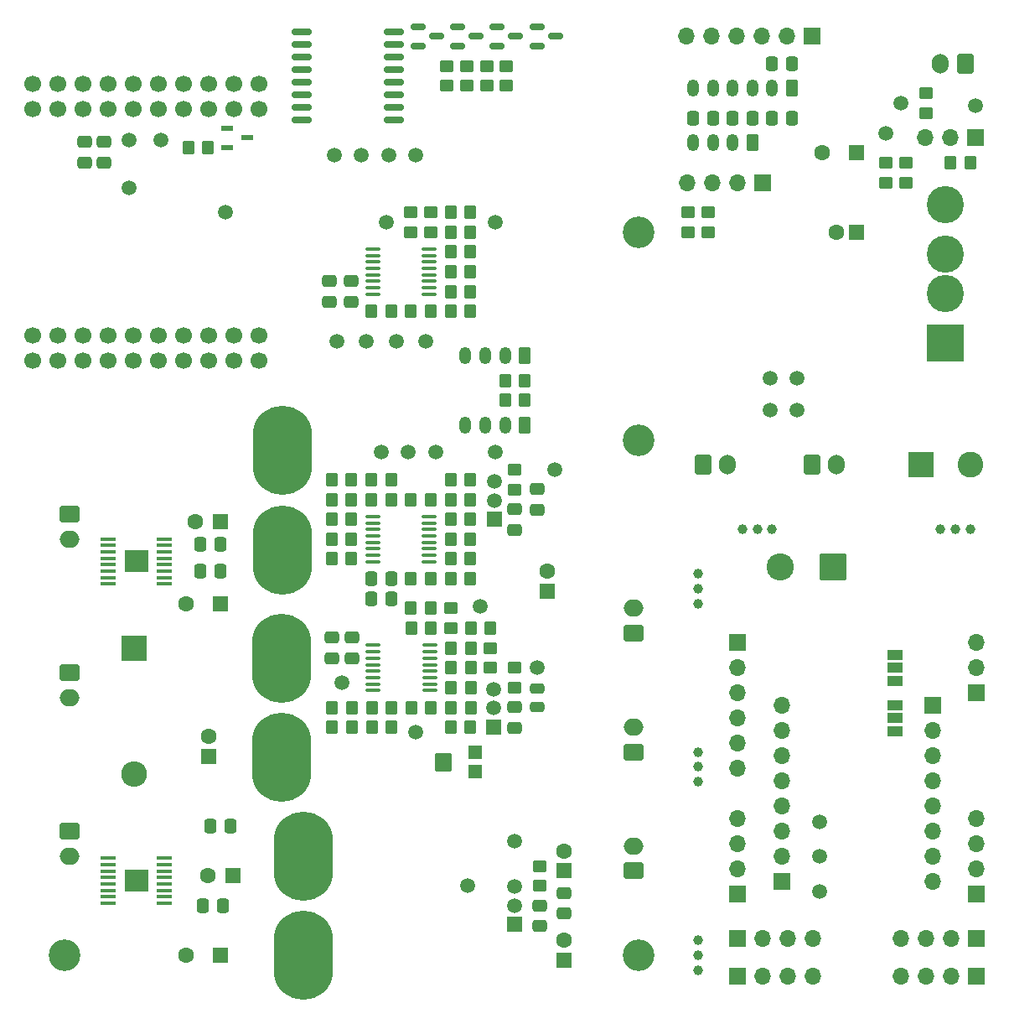
<source format=gbr>
%TF.GenerationSoftware,KiCad,Pcbnew,8.0.5-dirty*%
%TF.CreationDate,2024-10-27T18:43:13+01:00*%
%TF.ProjectId,tank_mower_controller_V1,74616e6b-5f6d-46f7-9765-725f636f6e74,rev?*%
%TF.SameCoordinates,Original*%
%TF.FileFunction,Soldermask,Bot*%
%TF.FilePolarity,Negative*%
%FSLAX46Y46*%
G04 Gerber Fmt 4.6, Leading zero omitted, Abs format (unit mm)*
G04 Created by KiCad (PCBNEW 8.0.5-dirty) date 2024-10-27 18:43:13*
%MOMM*%
%LPD*%
G01*
G04 APERTURE LIST*
G04 Aperture macros list*
%AMRoundRect*
0 Rectangle with rounded corners*
0 $1 Rounding radius*
0 $2 $3 $4 $5 $6 $7 $8 $9 X,Y pos of 4 corners*
0 Add a 4 corners polygon primitive as box body*
4,1,4,$2,$3,$4,$5,$6,$7,$8,$9,$2,$3,0*
0 Add four circle primitives for the rounded corners*
1,1,$1+$1,$2,$3*
1,1,$1+$1,$4,$5*
1,1,$1+$1,$6,$7*
1,1,$1+$1,$8,$9*
0 Add four rect primitives between the rounded corners*
20,1,$1+$1,$2,$3,$4,$5,0*
20,1,$1+$1,$4,$5,$6,$7,0*
20,1,$1+$1,$6,$7,$8,$9,0*
20,1,$1+$1,$8,$9,$2,$3,0*%
%AMHorizOval*
0 Thick line with rounded ends*
0 $1 width*
0 $2 $3 position (X,Y) of the first rounded end (center of the circle)*
0 $4 $5 position (X,Y) of the second rounded end (center of the circle)*
0 Add line between two ends*
20,1,$1,$2,$3,$4,$5,0*
0 Add two circle primitives to create the rounded ends*
1,1,$1,$2,$3*
1,1,$1,$4,$5*%
G04 Aperture macros list end*
%ADD10RoundRect,0.250000X0.350000X0.625000X-0.350000X0.625000X-0.350000X-0.625000X0.350000X-0.625000X0*%
%ADD11O,1.200000X1.750000*%
%ADD12RoundRect,0.250000X-0.750000X0.600000X-0.750000X-0.600000X0.750000X-0.600000X0.750000X0.600000X0*%
%ADD13O,2.000000X1.700000*%
%ADD14C,1.000000*%
%ADD15R,1.600000X1.600000*%
%ADD16C,1.600000*%
%ADD17RoundRect,0.250000X-0.600000X-0.750000X0.600000X-0.750000X0.600000X0.750000X-0.600000X0.750000X0*%
%ADD18O,1.700000X2.000000*%
%ADD19RoundRect,0.250000X0.750000X-0.600000X0.750000X0.600000X-0.750000X0.600000X-0.750000X-0.600000X0*%
%ADD20R,1.700000X1.700000*%
%ADD21O,1.700000X1.700000*%
%ADD22C,3.200000*%
%ADD23R,1.500000X1.500000*%
%ADD24C,1.500000*%
%ADD25HorizOval,0.800000X0.000000X0.000000X0.000000X0.000000X0*%
%ADD26HorizOval,0.800000X0.000000X0.000000X0.000000X0.000000X0*%
%ADD27C,0.800000*%
%ADD28O,6.000000X9.000000*%
%ADD29R,3.750000X3.750000*%
%ADD30C,3.750000*%
%ADD31R,2.600000X2.600000*%
%ADD32C,2.600000*%
%ADD33RoundRect,0.250000X0.600000X0.750000X-0.600000X0.750000X-0.600000X-0.750000X0.600000X-0.750000X0*%
%ADD34C,1.700000*%
%ADD35RoundRect,0.250000X1.125000X1.125000X-1.125000X1.125000X-1.125000X-1.125000X1.125000X-1.125000X0*%
%ADD36C,2.750000*%
%ADD37RoundRect,0.250000X-0.350000X-0.450000X0.350000X-0.450000X0.350000X0.450000X-0.350000X0.450000X0*%
%ADD38RoundRect,0.250000X0.350000X0.450000X-0.350000X0.450000X-0.350000X-0.450000X0.350000X-0.450000X0*%
%ADD39RoundRect,0.250000X0.450000X-0.350000X0.450000X0.350000X-0.450000X0.350000X-0.450000X-0.350000X0*%
%ADD40RoundRect,0.250000X0.475000X-0.337500X0.475000X0.337500X-0.475000X0.337500X-0.475000X-0.337500X0*%
%ADD41RoundRect,0.250000X0.337500X0.475000X-0.337500X0.475000X-0.337500X-0.475000X0.337500X-0.475000X0*%
%ADD42RoundRect,0.102000X0.600000X0.600000X-0.600000X0.600000X-0.600000X-0.600000X0.600000X-0.600000X0*%
%ADD43RoundRect,0.102000X0.750000X0.800000X-0.750000X0.800000X-0.750000X-0.800000X0.750000X-0.800000X0*%
%ADD44RoundRect,0.250000X-0.337500X-0.475000X0.337500X-0.475000X0.337500X0.475000X-0.337500X0.475000X0*%
%ADD45RoundRect,0.150000X-0.587500X-0.150000X0.587500X-0.150000X0.587500X0.150000X-0.587500X0.150000X0*%
%ADD46R,2.460000X2.310000*%
%ADD47RoundRect,0.100000X-0.687500X-0.100000X0.687500X-0.100000X0.687500X0.100000X-0.687500X0.100000X0*%
%ADD48R,1.500000X1.000000*%
%ADD49RoundRect,0.250000X-0.450000X0.350000X-0.450000X-0.350000X0.450000X-0.350000X0.450000X0.350000X0*%
%ADD50RoundRect,0.250000X-0.475000X0.250000X-0.475000X-0.250000X0.475000X-0.250000X0.475000X0.250000X0*%
%ADD51O,2.600000X2.600000*%
%ADD52RoundRect,0.100000X0.637500X0.100000X-0.637500X0.100000X-0.637500X-0.100000X0.637500X-0.100000X0*%
%ADD53RoundRect,0.250000X-0.475000X0.337500X-0.475000X-0.337500X0.475000X-0.337500X0.475000X0.337500X0*%
%ADD54RoundRect,0.150000X0.875000X0.150000X-0.875000X0.150000X-0.875000X-0.150000X0.875000X-0.150000X0*%
%ADD55R,1.300000X0.600000*%
G04 APERTURE END LIST*
D10*
%TO.C,J13*%
X141238000Y-79204000D03*
D11*
X139238000Y-79204000D03*
X137238000Y-79204000D03*
X135238000Y-79204000D03*
%TD*%
D12*
%TO.C,M3*%
X95238000Y-111204000D03*
D13*
X95238000Y-113704000D03*
%TD*%
D14*
%TO.C,*%
X186238000Y-96704000D03*
%TD*%
%TO.C,*%
X158738000Y-120704000D03*
%TD*%
D15*
%TO.C,C16*%
X109326605Y-119615395D03*
D16*
X109326605Y-117615395D03*
%TD*%
D15*
%TO.C,C9*%
X110488000Y-139704000D03*
D16*
X106988000Y-139704000D03*
%TD*%
D15*
%TO.C,C37*%
X174738000Y-58704000D03*
D16*
X171238000Y-58704000D03*
%TD*%
D12*
%TO.C,M1*%
X95238000Y-127204000D03*
D13*
X95238000Y-129704000D03*
%TD*%
D17*
%TO.C,J2*%
X159238000Y-90204000D03*
D18*
X161738000Y-90204000D03*
%TD*%
D19*
%TO.C,J11*%
X152238000Y-131204000D03*
D13*
X152238000Y-128704000D03*
%TD*%
D15*
%TO.C,C21*%
X174738000Y-66704000D03*
D16*
X172738000Y-66704000D03*
%TD*%
D20*
%TO.C,J10*%
X182413000Y-114524000D03*
D21*
X182413000Y-117064000D03*
X182413000Y-119604000D03*
X182413000Y-122144000D03*
X182413000Y-124684000D03*
X182413000Y-127224000D03*
X182413000Y-129764000D03*
X182413000Y-132304000D03*
%TD*%
D14*
%TO.C,*%
X164738000Y-96704000D03*
%TD*%
D17*
%TO.C,J1*%
X170238000Y-90204000D03*
D18*
X172738000Y-90204000D03*
%TD*%
D14*
%TO.C,*%
X158738000Y-102704000D03*
%TD*%
D22*
%TO.C,REF\u002A\u002A*%
X152738000Y-87704000D03*
%TD*%
D23*
%TO.C,U8*%
X138088000Y-116666500D03*
D24*
X138088000Y-114756500D03*
X138088000Y-112846500D03*
D25*
X116058000Y-113706500D03*
D26*
X117318000Y-113706500D03*
D27*
X115028000Y-112956500D03*
X118348000Y-112956500D03*
X114638000Y-111756500D03*
X118738000Y-111756500D03*
X114638000Y-110426500D03*
X118738000Y-110426500D03*
D28*
X116688000Y-109756500D03*
D27*
X114638000Y-109086500D03*
X118738000Y-109086500D03*
X114638000Y-107756500D03*
X118738000Y-107756500D03*
X115028000Y-106556500D03*
X118348000Y-106556500D03*
X116058000Y-105806500D03*
X117318000Y-105806500D03*
X116058000Y-123706500D03*
X117318000Y-123706500D03*
X115028000Y-122956500D03*
X118348000Y-122956500D03*
X114638000Y-121756500D03*
X118738000Y-121756500D03*
X114638000Y-120426500D03*
X118738000Y-120426500D03*
D28*
X116688000Y-119756500D03*
D27*
X114638000Y-119086500D03*
X118738000Y-119086500D03*
X114638000Y-117756500D03*
X118738000Y-117756500D03*
X115028000Y-116556500D03*
X118348000Y-116556500D03*
D26*
X116058000Y-115806500D03*
D25*
X117318000Y-115806500D03*
%TD*%
D10*
%TO.C,J9*%
X164238000Y-57704000D03*
D11*
X162238000Y-57704000D03*
X160238000Y-57704000D03*
X158238000Y-57704000D03*
%TD*%
D14*
%TO.C,*%
X158738000Y-119204000D03*
%TD*%
D23*
%TO.C,U2*%
X140238000Y-136604000D03*
D24*
X140238000Y-134694000D03*
X140238000Y-132784000D03*
D25*
X118208000Y-133644000D03*
D26*
X119468000Y-133644000D03*
D27*
X117178000Y-132894000D03*
X120498000Y-132894000D03*
X116788000Y-131694000D03*
X120888000Y-131694000D03*
X116788000Y-130364000D03*
X120888000Y-130364000D03*
D28*
X118838000Y-129694000D03*
D27*
X116788000Y-129024000D03*
X120888000Y-129024000D03*
X116788000Y-127694000D03*
X120888000Y-127694000D03*
X117178000Y-126494000D03*
X120498000Y-126494000D03*
X118208000Y-125744000D03*
X119468000Y-125744000D03*
X118208000Y-143644000D03*
X119468000Y-143644000D03*
X117178000Y-142894000D03*
X120498000Y-142894000D03*
X116788000Y-141694000D03*
X120888000Y-141694000D03*
X116788000Y-140364000D03*
X120888000Y-140364000D03*
D28*
X118838000Y-139694000D03*
D27*
X116788000Y-139024000D03*
X120888000Y-139024000D03*
X116788000Y-137694000D03*
X120888000Y-137694000D03*
X117178000Y-136494000D03*
X120498000Y-136494000D03*
D26*
X118208000Y-135744000D03*
D25*
X119468000Y-135744000D03*
%TD*%
D29*
%TO.C,F1*%
X183738000Y-77904000D03*
D30*
X183738000Y-72904000D03*
X183738000Y-68904000D03*
X183738000Y-63904000D03*
%TD*%
D22*
%TO.C,REF\u002A\u002A*%
X152738000Y-66704000D03*
%TD*%
D14*
%TO.C,*%
X163238000Y-96704000D03*
%TD*%
D19*
%TO.C,J6*%
X152238000Y-107204000D03*
D13*
X152238000Y-104704000D03*
%TD*%
D10*
%TO.C,J14*%
X141238000Y-86204000D03*
D11*
X139238000Y-86204000D03*
X137238000Y-86204000D03*
X135238000Y-86204000D03*
%TD*%
D31*
%TO.C,J5*%
X181238000Y-90204000D03*
D32*
X186238000Y-90204000D03*
%TD*%
D20*
%TO.C,J11*%
X167173000Y-132304000D03*
D21*
X167173000Y-129764000D03*
X167173000Y-127224000D03*
X167173000Y-124684000D03*
X167173000Y-122144000D03*
X167173000Y-119604000D03*
X167173000Y-117064000D03*
X167173000Y-114524000D03*
%TD*%
D15*
%TO.C,C19*%
X145238000Y-131204000D03*
D16*
X145238000Y-129204000D03*
%TD*%
D20*
%TO.C,J10*%
X165238000Y-61704000D03*
D21*
X162698000Y-61704000D03*
X160158000Y-61704000D03*
X157618000Y-61704000D03*
%TD*%
D20*
%TO.C,J8*%
X186858000Y-141829000D03*
D21*
X184318000Y-141829000D03*
X181778000Y-141829000D03*
X179238000Y-141829000D03*
%TD*%
D20*
%TO.C,J6*%
X162728000Y-138019000D03*
D21*
X165268000Y-138019000D03*
X167808000Y-138019000D03*
X170348000Y-138019000D03*
%TD*%
D10*
%TO.C,J4*%
X168238000Y-52204000D03*
D11*
X166238000Y-52204000D03*
X164238000Y-52204000D03*
X162238000Y-52204000D03*
X160238000Y-52204000D03*
X158238000Y-52204000D03*
%TD*%
D33*
%TO.C,J3*%
X185738000Y-49704000D03*
D18*
X183238000Y-49704000D03*
%TD*%
D34*
%TO.C,U9*%
X91498000Y-79674000D03*
X91498000Y-77134000D03*
X94038000Y-79674000D03*
X94038000Y-77134000D03*
X96578000Y-79674000D03*
X96578000Y-77134000D03*
X99118000Y-79674000D03*
X99118000Y-77134000D03*
X101658000Y-79674000D03*
X101658000Y-77134000D03*
X104198000Y-79674000D03*
X104198000Y-77134000D03*
X106738000Y-79674000D03*
X106738000Y-77134000D03*
X109278000Y-79674000D03*
X109278000Y-77134000D03*
X111818000Y-79674000D03*
X111818000Y-77134000D03*
X114358000Y-79674000D03*
X114358000Y-77134000D03*
X91498000Y-54274000D03*
X91498000Y-51734000D03*
X94038000Y-54274000D03*
X94038000Y-51734000D03*
X96578000Y-54274000D03*
X96578000Y-51734000D03*
X99118000Y-54274000D03*
X99118000Y-51734000D03*
X101658000Y-54274000D03*
X101658000Y-51734000D03*
X104198000Y-54274000D03*
X104198000Y-51734000D03*
X106738000Y-54274000D03*
X106738000Y-51734000D03*
X109278000Y-54274000D03*
X109278000Y-51734000D03*
X111818000Y-54274000D03*
X111818000Y-51734000D03*
X114358000Y-54274000D03*
X114358000Y-51734000D03*
%TD*%
D14*
%TO.C,*%
X158738000Y-101204000D03*
%TD*%
D20*
%TO.C,J7*%
X186738000Y-57204000D03*
D21*
X184198000Y-57204000D03*
X181658000Y-57204000D03*
%TD*%
D15*
%TO.C,C15*%
X110488000Y-104204000D03*
D16*
X106988000Y-104204000D03*
%TD*%
D14*
%TO.C,*%
X184738000Y-96704000D03*
%TD*%
%TO.C,*%
X158738000Y-139704000D03*
%TD*%
%TO.C,*%
X158738000Y-138204000D03*
%TD*%
D15*
%TO.C,C18*%
X145238000Y-140204000D03*
D16*
X145238000Y-138204000D03*
%TD*%
D35*
%TO.C,J1*%
X172413000Y-100554000D03*
D36*
X167013000Y-100554000D03*
%TD*%
D14*
%TO.C,*%
X158738000Y-104204000D03*
%TD*%
%TO.C,*%
X183238000Y-96704000D03*
%TD*%
D22*
%TO.C,REF\u002A\u002A*%
X152738000Y-139704000D03*
%TD*%
D20*
%TO.C,J8*%
X170238000Y-46954000D03*
D21*
X167698000Y-46954000D03*
X165158000Y-46954000D03*
X162618000Y-46954000D03*
X160078000Y-46954000D03*
X157538000Y-46954000D03*
%TD*%
D14*
%TO.C,*%
X158738000Y-122204000D03*
%TD*%
D20*
%TO.C,J4*%
X162728000Y-133574000D03*
D21*
X162728000Y-131034000D03*
X162728000Y-128494000D03*
X162728000Y-125954000D03*
%TD*%
D20*
%TO.C,J7*%
X162728000Y-141829000D03*
D21*
X165268000Y-141829000D03*
X167808000Y-141829000D03*
X170348000Y-141829000D03*
%TD*%
D15*
%TO.C,C8*%
X110488000Y-95954000D03*
D16*
X107988000Y-95954000D03*
%TD*%
D20*
%TO.C,J9*%
X186858000Y-138019000D03*
D21*
X184318000Y-138019000D03*
X181778000Y-138019000D03*
X179238000Y-138019000D03*
%TD*%
D19*
%TO.C,J12*%
X152238000Y-119204000D03*
D13*
X152238000Y-116704000D03*
%TD*%
D14*
%TO.C,*%
X158738000Y-141204000D03*
%TD*%
D23*
%TO.C,U6*%
X138138000Y-95694000D03*
D24*
X138138000Y-93784000D03*
X138138000Y-91874000D03*
D25*
X116108000Y-92734000D03*
D26*
X117368000Y-92734000D03*
D27*
X115078000Y-91984000D03*
X118398000Y-91984000D03*
X114688000Y-90784000D03*
X118788000Y-90784000D03*
X114688000Y-89454000D03*
X118788000Y-89454000D03*
D28*
X116738000Y-88784000D03*
D27*
X114688000Y-88114000D03*
X118788000Y-88114000D03*
X114688000Y-86784000D03*
X118788000Y-86784000D03*
X115078000Y-85584000D03*
X118398000Y-85584000D03*
X116108000Y-84834000D03*
X117368000Y-84834000D03*
X116108000Y-102734000D03*
X117368000Y-102734000D03*
X115078000Y-101984000D03*
X118398000Y-101984000D03*
X114688000Y-100784000D03*
X118788000Y-100784000D03*
X114688000Y-99454000D03*
X118788000Y-99454000D03*
D28*
X116738000Y-98784000D03*
D27*
X114688000Y-98114000D03*
X118788000Y-98114000D03*
X114688000Y-96784000D03*
X118788000Y-96784000D03*
X115078000Y-95584000D03*
X118398000Y-95584000D03*
D26*
X116108000Y-94834000D03*
D25*
X117368000Y-94834000D03*
%TD*%
D20*
%TO.C,J5*%
X162728000Y-108174000D03*
D21*
X162728000Y-110714000D03*
X162728000Y-113254000D03*
X162728000Y-115794000D03*
X162728000Y-118334000D03*
X162728000Y-120874000D03*
%TD*%
D15*
%TO.C,C14*%
X111738000Y-131704000D03*
D16*
X109238000Y-131704000D03*
%TD*%
D22*
%TO.C,REF\u002A\u002A*%
X94738000Y-139704000D03*
%TD*%
D20*
%TO.C,J2*%
X186858000Y-113254000D03*
D21*
X186858000Y-110714000D03*
X186858000Y-108174000D03*
%TD*%
D15*
%TO.C,C20*%
X143488000Y-102954000D03*
D16*
X143488000Y-100954000D03*
%TD*%
D12*
%TO.C,M2*%
X95238000Y-95204000D03*
D13*
X95238000Y-97704000D03*
%TD*%
D20*
%TO.C,J3*%
X186833000Y-133574000D03*
D21*
X186833000Y-131034000D03*
X186833000Y-128494000D03*
X186833000Y-125954000D03*
%TD*%
D14*
%TO.C,*%
X166238000Y-96704000D03*
%TD*%
D24*
%TO.C,TP11*%
X144238000Y-90704000D03*
%TD*%
%TO.C,TP30*%
X138238000Y-88954000D03*
%TD*%
D37*
%TO.C,R46*%
X121738000Y-99704000D03*
X123738000Y-99704000D03*
%TD*%
%TO.C,R25*%
X121738000Y-95704000D03*
X123738000Y-95704000D03*
%TD*%
D38*
%TO.C,R5*%
X141238000Y-83704000D03*
X139238000Y-83704000D03*
%TD*%
D24*
%TO.C,TP2*%
X127488000Y-58954000D03*
%TD*%
D38*
%TO.C,R21*%
X131775500Y-114704000D03*
X129775500Y-114704000D03*
%TD*%
D24*
%TO.C,TP40*%
X130238000Y-117204000D03*
%TD*%
D38*
%TO.C,R39*%
X131775500Y-106704000D03*
X129775500Y-106704000D03*
%TD*%
D39*
%TO.C,R53*%
X140238000Y-92704000D03*
X140238000Y-90704000D03*
%TD*%
D38*
%TO.C,R22*%
X127775500Y-116704000D03*
X125775500Y-116704000D03*
%TD*%
D37*
%TO.C,R23*%
X121738000Y-97704000D03*
X123738000Y-97704000D03*
%TD*%
D24*
%TO.C,TP29*%
X135488000Y-132704000D03*
%TD*%
D40*
%TO.C,C7*%
X96738000Y-59704000D03*
X96738000Y-57629000D03*
%TD*%
D38*
%TO.C,R44*%
X135738000Y-95704000D03*
X133738000Y-95704000D03*
%TD*%
D39*
%TO.C,R54*%
X179738000Y-61704000D03*
X179738000Y-59704000D03*
%TD*%
D38*
%TO.C,R41*%
X135775500Y-110704000D03*
X133775500Y-110704000D03*
%TD*%
D37*
%TO.C,R45*%
X133738000Y-91704000D03*
X135738000Y-91704000D03*
%TD*%
D24*
%TO.C,TP31*%
X138238000Y-65704000D03*
%TD*%
D38*
%TO.C,R19*%
X135775500Y-114704000D03*
X133775500Y-114704000D03*
%TD*%
D41*
%TO.C,C23*%
X168238000Y-49704000D03*
X166163000Y-49704000D03*
%TD*%
D38*
%TO.C,R20*%
X131738000Y-104704000D03*
X129738000Y-104704000D03*
%TD*%
D42*
%TO.C,R66*%
X136238000Y-119204000D03*
D43*
X132988000Y-120204000D03*
D42*
X136238000Y-121204000D03*
%TD*%
D24*
%TO.C,TP34*%
X125238000Y-77704000D03*
%TD*%
%TO.C,TP35*%
X128238000Y-77704000D03*
%TD*%
D44*
%TO.C,C10*%
X108450500Y-98204000D03*
X110525500Y-98204000D03*
%TD*%
D24*
%TO.C,TP39*%
X136738000Y-104454000D03*
%TD*%
D45*
%TO.C,Q12*%
X138450500Y-47904000D03*
X138450500Y-46004000D03*
X140325500Y-46954000D03*
%TD*%
D46*
%TO.C,U4*%
X101988000Y-132204000D03*
D47*
X99125500Y-134479000D03*
X99125500Y-133829000D03*
X99125500Y-133179000D03*
X99125500Y-132529000D03*
X99125500Y-131879000D03*
X99125500Y-131229000D03*
X99125500Y-130579000D03*
X99125500Y-129929000D03*
X104850500Y-129929000D03*
X104850500Y-130579000D03*
X104850500Y-131229000D03*
X104850500Y-131879000D03*
X104850500Y-132529000D03*
X104850500Y-133179000D03*
X104850500Y-133829000D03*
X104850500Y-134479000D03*
%TD*%
D24*
%TO.C,TP12*%
X142488000Y-110704000D03*
%TD*%
%TO.C,TP38*%
X126738000Y-88954000D03*
%TD*%
%TO.C,TP37*%
X132238000Y-88954000D03*
%TD*%
D45*
%TO.C,Q14*%
X130450500Y-47904000D03*
X130450500Y-46004000D03*
X132325500Y-46954000D03*
%TD*%
D38*
%TO.C,R6*%
X135738000Y-68704000D03*
X133738000Y-68704000D03*
%TD*%
D24*
%TO.C,TP3*%
X124738000Y-58954000D03*
%TD*%
D37*
%TO.C,R59*%
X121738000Y-91704000D03*
X123738000Y-91704000D03*
%TD*%
D24*
%TO.C,TP42*%
X129488000Y-88954000D03*
%TD*%
%TO.C,TP2*%
X170983000Y-129764000D03*
%TD*%
D38*
%TO.C,R10*%
X135738000Y-66704000D03*
X133738000Y-66704000D03*
%TD*%
D48*
%TO.C,JP1*%
X178603000Y-117094000D03*
X178603000Y-115794000D03*
X178603000Y-114494000D03*
%TD*%
D49*
%TO.C,R14*%
X131738000Y-64704000D03*
X131738000Y-66704000D03*
%TD*%
D39*
%TO.C,R7*%
X129738000Y-66704000D03*
X129738000Y-64704000D03*
%TD*%
D50*
%TO.C,C3*%
X142488000Y-112754000D03*
X142488000Y-114654000D03*
%TD*%
D31*
%TO.C,D5*%
X101738000Y-108704000D03*
D51*
X101738000Y-121404000D03*
%TD*%
D37*
%TO.C,R48*%
X125738000Y-93704000D03*
X127738000Y-93704000D03*
%TD*%
D41*
%TO.C,C24*%
X168238000Y-55204000D03*
X166163000Y-55204000D03*
%TD*%
D38*
%TO.C,R43*%
X135738000Y-97704000D03*
X133738000Y-97704000D03*
%TD*%
D40*
%TO.C,C1*%
X121488000Y-73754000D03*
X121488000Y-71679000D03*
%TD*%
D24*
%TO.C,TP5*%
X177738000Y-56704000D03*
%TD*%
%TO.C,TP1*%
X170983000Y-133314000D03*
%TD*%
D52*
%TO.C,U11*%
X131638000Y-108429000D03*
X131638000Y-109079000D03*
X131638000Y-109729000D03*
X131638000Y-110379000D03*
X131638000Y-111029000D03*
X131638000Y-111679000D03*
X131638000Y-112329000D03*
X131638000Y-112979000D03*
X125913000Y-112979000D03*
X125913000Y-112329000D03*
X125913000Y-111679000D03*
X125913000Y-111029000D03*
X125913000Y-110379000D03*
X125913000Y-109729000D03*
X125913000Y-109079000D03*
X125913000Y-108429000D03*
%TD*%
D37*
%TO.C,R13*%
X133738000Y-74704000D03*
X135738000Y-74704000D03*
%TD*%
D49*
%TO.C,R3*%
X181738000Y-52704000D03*
X181738000Y-54704000D03*
%TD*%
D24*
%TO.C,TP3*%
X170983000Y-126214000D03*
%TD*%
D53*
%TO.C,C36*%
X142488000Y-92666500D03*
X142488000Y-94741500D03*
%TD*%
D52*
%TO.C,U5*%
X131600500Y-68429000D03*
X131600500Y-69079000D03*
X131600500Y-69729000D03*
X131600500Y-70379000D03*
X131600500Y-71029000D03*
X131600500Y-71679000D03*
X131600500Y-72329000D03*
X131600500Y-72979000D03*
X125875500Y-72979000D03*
X125875500Y-72329000D03*
X125875500Y-71679000D03*
X125875500Y-71029000D03*
X125875500Y-70379000D03*
X125875500Y-69729000D03*
X125875500Y-69079000D03*
X125875500Y-68429000D03*
%TD*%
D38*
%TO.C,R61*%
X123775500Y-116704000D03*
X121775500Y-116704000D03*
%TD*%
D53*
%TO.C,C34*%
X121738000Y-107666500D03*
X121738000Y-109741500D03*
%TD*%
D24*
%TO.C,TP51*%
X186738000Y-53954000D03*
%TD*%
D38*
%TO.C,R47*%
X135738000Y-93704000D03*
X133738000Y-93704000D03*
%TD*%
D41*
%TO.C,C26*%
X160275500Y-55204000D03*
X158200500Y-55204000D03*
%TD*%
D38*
%TO.C,R24*%
X127775500Y-114704000D03*
X125775500Y-114704000D03*
%TD*%
D40*
%TO.C,C40*%
X140238000Y-116741500D03*
X140238000Y-114666500D03*
%TD*%
D39*
%TO.C,R27*%
X159738000Y-66704000D03*
X159738000Y-64704000D03*
%TD*%
D24*
%TO.C,TP7*%
X101238000Y-57454000D03*
%TD*%
D38*
%TO.C,R65*%
X135738000Y-116704000D03*
X133738000Y-116704000D03*
%TD*%
D52*
%TO.C,U1*%
X131600500Y-95429000D03*
X131600500Y-96079000D03*
X131600500Y-96729000D03*
X131600500Y-97379000D03*
X131600500Y-98029000D03*
X131600500Y-98679000D03*
X131600500Y-99329000D03*
X131600500Y-99979000D03*
X125875500Y-99979000D03*
X125875500Y-99329000D03*
X125875500Y-98679000D03*
X125875500Y-98029000D03*
X125875500Y-97379000D03*
X125875500Y-96729000D03*
X125875500Y-96079000D03*
X125875500Y-95429000D03*
%TD*%
D40*
%TO.C,C39*%
X142738000Y-136779000D03*
X142738000Y-134704000D03*
%TD*%
D49*
%TO.C,R40*%
X137775500Y-108704000D03*
X137775500Y-110704000D03*
%TD*%
D37*
%TO.C,R12*%
X133738000Y-64704000D03*
X135738000Y-64704000D03*
%TD*%
D38*
%TO.C,R9*%
X127738000Y-74704000D03*
X125738000Y-74704000D03*
%TD*%
D37*
%TO.C,R62*%
X121775500Y-114704000D03*
X123775500Y-114704000D03*
%TD*%
D39*
%TO.C,R33*%
X135388000Y-51954000D03*
X135388000Y-49954000D03*
%TD*%
D41*
%TO.C,C31*%
X127775500Y-101704000D03*
X125700500Y-101704000D03*
%TD*%
D24*
%TO.C,TP9*%
X110988000Y-64704000D03*
%TD*%
D38*
%TO.C,R58*%
X131738000Y-101704000D03*
X129738000Y-101704000D03*
%TD*%
%TO.C,R26*%
X109238000Y-58204000D03*
X107238000Y-58204000D03*
%TD*%
D24*
%TO.C,TP4*%
X121988000Y-58954000D03*
%TD*%
%TO.C,TP44*%
X165988000Y-81454000D03*
%TD*%
%TO.C,TP33*%
X131238000Y-77704000D03*
%TD*%
D53*
%TO.C,C32*%
X123775500Y-107666500D03*
X123775500Y-109741500D03*
%TD*%
D40*
%TO.C,C6*%
X98738000Y-59704000D03*
X98738000Y-57629000D03*
%TD*%
D38*
%TO.C,R49*%
X131738000Y-93704000D03*
X129738000Y-93704000D03*
%TD*%
D37*
%TO.C,R63*%
X135775500Y-106704000D03*
X137775500Y-106704000D03*
%TD*%
D38*
%TO.C,R8*%
X135738000Y-72704000D03*
X133738000Y-72704000D03*
%TD*%
%TO.C,R57*%
X135738000Y-101704000D03*
X133738000Y-101704000D03*
%TD*%
D24*
%TO.C,TP50*%
X179238000Y-53704000D03*
%TD*%
D39*
%TO.C,R35*%
X133388000Y-51954000D03*
X133388000Y-49954000D03*
%TD*%
D48*
%TO.C,JP2*%
X178603000Y-109414000D03*
X178603000Y-110714000D03*
X178603000Y-112014000D03*
%TD*%
D39*
%TO.C,R31*%
X137388000Y-51954000D03*
X137388000Y-49954000D03*
%TD*%
%TO.C,R52*%
X142738000Y-132704000D03*
X142738000Y-130704000D03*
%TD*%
D38*
%TO.C,R18*%
X135775500Y-112704000D03*
X133775500Y-112704000D03*
%TD*%
D46*
%TO.C,U7*%
X101988000Y-99954000D03*
D47*
X99125500Y-102229000D03*
X99125500Y-101579000D03*
X99125500Y-100929000D03*
X99125500Y-100279000D03*
X99125500Y-99629000D03*
X99125500Y-98979000D03*
X99125500Y-98329000D03*
X99125500Y-97679000D03*
X104850500Y-97679000D03*
X104850500Y-98329000D03*
X104850500Y-98979000D03*
X104850500Y-99629000D03*
X104850500Y-100279000D03*
X104850500Y-100929000D03*
X104850500Y-101579000D03*
X104850500Y-102229000D03*
%TD*%
D41*
%TO.C,C33*%
X127775500Y-103704000D03*
X125700500Y-103704000D03*
%TD*%
D39*
%TO.C,R17*%
X140238000Y-112704000D03*
X140238000Y-110704000D03*
%TD*%
D38*
%TO.C,R15*%
X131738000Y-74704000D03*
X129738000Y-74704000D03*
%TD*%
D37*
%TO.C,R60*%
X125738000Y-91704000D03*
X127738000Y-91704000D03*
%TD*%
D45*
%TO.C,Q13*%
X134450500Y-47904000D03*
X134450500Y-46004000D03*
X136325500Y-46954000D03*
%TD*%
D38*
%TO.C,R11*%
X135738000Y-70704000D03*
X133738000Y-70704000D03*
%TD*%
D24*
%TO.C,TP46*%
X168738000Y-81454000D03*
%TD*%
%TO.C,TP10*%
X140238000Y-128204000D03*
%TD*%
D41*
%TO.C,C5*%
X110775500Y-134704000D03*
X108700500Y-134704000D03*
%TD*%
D37*
%TO.C,R56*%
X184238000Y-59704000D03*
X186238000Y-59704000D03*
%TD*%
%TO.C,R42*%
X133775500Y-108704000D03*
X135775500Y-108704000D03*
%TD*%
D24*
%TO.C,TP1*%
X130238000Y-58954000D03*
%TD*%
D53*
%TO.C,C35*%
X145238000Y-133416500D03*
X145238000Y-135491500D03*
%TD*%
D24*
%TO.C,TP32*%
X127238000Y-65704000D03*
%TD*%
D41*
%TO.C,C11*%
X110525500Y-100954000D03*
X108450500Y-100954000D03*
%TD*%
D24*
%TO.C,TP8*%
X104488000Y-57454000D03*
%TD*%
D40*
%TO.C,C2*%
X123738000Y-73741500D03*
X123738000Y-71666500D03*
%TD*%
D24*
%TO.C,TP45*%
X165988000Y-84704000D03*
%TD*%
D44*
%TO.C,C25*%
X162200500Y-55204000D03*
X164275500Y-55204000D03*
%TD*%
D24*
%TO.C,TP6*%
X101238000Y-62204000D03*
%TD*%
D44*
%TO.C,C4*%
X109450500Y-126704000D03*
X111525500Y-126704000D03*
%TD*%
D54*
%TO.C,U10*%
X128038000Y-46509000D03*
X128038000Y-47779000D03*
X128038000Y-49049000D03*
X128038000Y-50319000D03*
X128038000Y-51589000D03*
X128038000Y-52859000D03*
X128038000Y-54129000D03*
X128038000Y-55399000D03*
X118738000Y-55399000D03*
X118738000Y-54129000D03*
X118738000Y-52859000D03*
X118738000Y-51589000D03*
X118738000Y-50319000D03*
X118738000Y-49049000D03*
X118738000Y-47779000D03*
X118738000Y-46509000D03*
%TD*%
D55*
%TO.C,Q11*%
X111138000Y-58154000D03*
X111138000Y-56254000D03*
X113238000Y-57204000D03*
%TD*%
D24*
%TO.C,TP41*%
X122738000Y-112204000D03*
%TD*%
%TO.C,TP36*%
X122238000Y-77704000D03*
%TD*%
D38*
%TO.C,R4*%
X141238000Y-81704000D03*
X139238000Y-81704000D03*
%TD*%
D39*
%TO.C,R29*%
X139388000Y-51954000D03*
X139388000Y-49954000D03*
%TD*%
D24*
%TO.C,TP47*%
X168738000Y-84704000D03*
%TD*%
D40*
%TO.C,C41*%
X140238000Y-96779000D03*
X140238000Y-94704000D03*
%TD*%
D45*
%TO.C,Q10*%
X142450500Y-47904000D03*
X142450500Y-46004000D03*
X144325500Y-46954000D03*
%TD*%
D39*
%TO.C,R28*%
X157738000Y-66704000D03*
X157738000Y-64704000D03*
%TD*%
D37*
%TO.C,R51*%
X133738000Y-99704000D03*
X135738000Y-99704000D03*
%TD*%
D49*
%TO.C,R64*%
X133775500Y-104704000D03*
X133775500Y-106704000D03*
%TD*%
%TO.C,R55*%
X177738000Y-59704000D03*
X177738000Y-61704000D03*
%TD*%
D38*
%TO.C,R50*%
X123738000Y-93704000D03*
X121738000Y-93704000D03*
%TD*%
M02*

</source>
